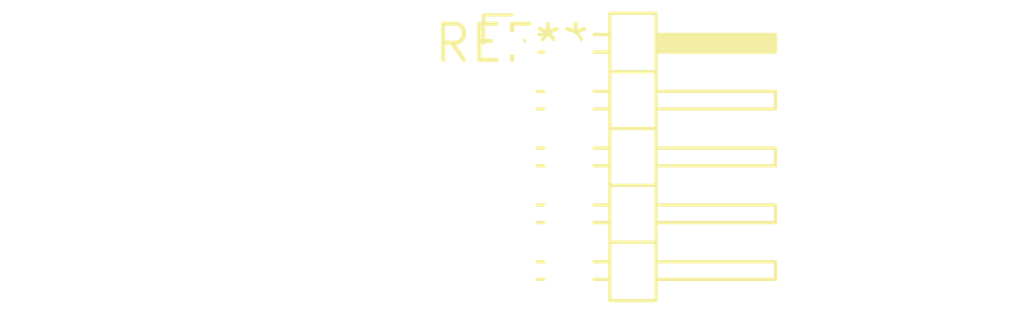
<source format=kicad_pcb>
(kicad_pcb (version 20240108) (generator pcbnew)
  (layers (0 "F.Cu" signal) (31 "B.Cu" signal) (34 "B.Paste" user) (35 "F.Paste" user) (36 "B.SilkS" user "B.Silkscreen") (37 "F.SilkS" user "F.Silkscreen") (38 "B.Mask" user) (39 "F.Mask" user) (44 "Edge.Cuts" user))
  (net 0 "")
  (footprint "PinHeader_2x05_P2.00mm_Horizontal" (layer "F.Cu") (at 0 0)
    (property "Reference" "REF**")
    (property "Value" "PinHeader_2x05_P2.00mm_Horizontal")
    (fp_line (start -1 -1) (end 0 -1) (layer "F.SilkS") (stroke (width 0.12)))
    (fp_line (start -1 0) (end -1 -1) (layer "F.SilkS") (stroke (width 0.12)))
    (fp_line (start 0.882114 1.69) (end 1.117886 1.69) (layer "F.SilkS") (stroke (width 0.12)))
    (fp_line (start 0.882114 2.31) (end 1.117886 2.31) (layer "F.SilkS") (stroke (width 0.12)))
    (fp_line (start 0.882114 3.69) (end 1.117886 3.69) (layer "F.SilkS") (stroke (width 0.12)))
    (fp_line (start 0.882114 4.31) (end 1.117886 4.31) (layer "F.SilkS") (stroke (width 0.12)))
    (fp_line (start 0.882114 5.69) (end 1.117886 5.69) (layer "F.SilkS") (stroke (width 0.12)))
    (fp_line (start 0.882114 6.31) (end 1.117886 6.31) (layer "F.SilkS") (stroke (width 0.12)))
    (fp_line (start 0.882114 7.69) (end 1.117886 7.69) (layer "F.SilkS") (stroke (width 0.12)))
    (fp_line (start 0.882114 8.31) (end 1.117886 8.31) (layer "F.SilkS") (stroke (width 0.12)))
    (fp_line (start 0.935 -0.31) (end 1.117886 -0.31) (layer "F.SilkS") (stroke (width 0.12)))
    (fp_line (start 0.935 0.31) (end 1.117886 0.31) (layer "F.SilkS") (stroke (width 0.12)))
    (fp_line (start 2.882114 -0.31) (end 3.44 -0.31) (layer "F.SilkS") (stroke (width 0.12)))
    (fp_line (start 2.882114 0.31) (end 3.44 0.31) (layer "F.SilkS") (stroke (width 0.12)))
    (fp_line (start 2.882114 1.69) (end 3.44 1.69) (layer "F.SilkS") (stroke (width 0.12)))
    (fp_line (start 2.882114 2.31) (end 3.44 2.31) (layer "F.SilkS") (stroke (width 0.12)))
    (fp_line (start 2.882114 3.69) (end 3.44 3.69) (layer "F.SilkS") (stroke (width 0.12)))
    (fp_line (start 2.882114 4.31) (end 3.44 4.31) (layer "F.SilkS") (stroke (width 0.12)))
    (fp_line (start 2.882114 5.69) (end 3.44 5.69) (layer "F.SilkS") (stroke (width 0.12)))
    (fp_line (start 2.882114 6.31) (end 3.44 6.31) (layer "F.SilkS") (stroke (width 0.12)))
    (fp_line (start 2.882114 7.69) (end 3.44 7.69) (layer "F.SilkS") (stroke (width 0.12)))
    (fp_line (start 2.882114 8.31) (end 3.44 8.31) (layer "F.SilkS") (stroke (width 0.12)))
    (fp_line (start 3.44 -1.06) (end 3.44 9.06) (layer "F.SilkS") (stroke (width 0.12)))
    (fp_line (start 3.44 1) (end 5.06 1) (layer "F.SilkS") (stroke (width 0.12)))
    (fp_line (start 3.44 3) (end 5.06 3) (layer "F.SilkS") (stroke (width 0.12)))
    (fp_line (start 3.44 5) (end 5.06 5) (layer "F.SilkS") (stroke (width 0.12)))
    (fp_line (start 3.44 7) (end 5.06 7) (layer "F.SilkS") (stroke (width 0.12)))
    (fp_line (start 3.44 9.06) (end 5.06 9.06) (layer "F.SilkS") (stroke (width 0.12)))
    (fp_line (start 5.06 -1.06) (end 3.44 -1.06) (layer "F.SilkS") (stroke (width 0.12)))
    (fp_line (start 5.06 -0.31) (end 9.26 -0.31) (layer "F.SilkS") (stroke (width 0.12)))
    (fp_line (start 5.06 -0.25) (end 9.26 -0.25) (layer "F.SilkS") (stroke (width 0.12)))
    (fp_line (start 5.06 -0.13) (end 9.26 -0.13) (layer "F.SilkS") (stroke (width 0.12)))
    (fp_line (start 5.06 -0.01) (end 9.26 -0.01) (layer "F.SilkS") (stroke (width 0.12)))
    (fp_line (start 5.06 0.11) (end 9.26 0.11) (layer "F.SilkS") (stroke (width 0.12)))
    (fp_line (start 5.06 0.23) (end 9.26 0.23) (layer "F.SilkS") (stroke (width 0.12)))
    (fp_line (start 5.06 1.69) (end 9.26 1.69) (layer "F.SilkS") (stroke (width 0.12)))
    (fp_line (start 5.06 3.69) (end 9.26 3.69) (layer "F.SilkS") (stroke (width 0.12)))
    (fp_line (start 5.06 5.69) (end 9.26 5.69) (layer "F.SilkS") (stroke (width 0.12)))
    (fp_line (start 5.06 7.69) (end 9.26 7.69) (layer "F.SilkS") (stroke (width 0.12)))
    (fp_line (start 5.06 9.06) (end 5.06 -1.06) (layer "F.SilkS") (stroke (width 0.12)))
    (fp_line (start 9.26 -0.31) (end 9.26 0.31) (layer "F.SilkS") (stroke (width 0.12)))
    (fp_line (start 9.26 0.31) (end 5.06 0.31) (layer "F.SilkS") (stroke (width 0.12)))
    (fp_line (start 9.26 1.69) (end 9.26 2.31) (layer "F.SilkS") (stroke (width 0.12)))
    (fp_line (start 9.26 2.31) (end 5.06 2.31) (layer "F.SilkS") (stroke (width 0.12)))
    (fp_line (start 9.26 3.69) (end 9.26 4.31) (layer "F.SilkS") (stroke (width 0.12)))
    (fp_line (start 9.26 4.31) (end 5.06 4.31) (layer "F.SilkS") (stroke (width 0.12)))
    (fp_line (start 9.26 5.69) (end 9.26 6.31) (layer "F.SilkS") (stroke (width 0.12)))
    (fp_line (start 9.26 6.31) (end 5.06 6.31) (layer "F.SilkS") (stroke (width 0.12)))
    (fp_line (start 9.26 7.69) (end 9.26 8.31) (layer "F.SilkS") (stroke (width 0.12)))
    (fp_line (start 9.26 8.31) (end 5.06 8.31) (layer "F.SilkS") (stroke (width 0.12)))
    (pad "1" thru_hole rect (at 0 0) (size 1.35 1.35) (drill 0.8) (layers *.Cu *.Mask) (remove_unused_layers))
    (pad "2" thru_hole oval (at 2 0) (size 1.35 1.35) (drill 0.8) (layers *.Cu *.Mask) (remove_unused_layers))
    (pad "3" thru_hole oval (at 0 2) (size 1.35 1.35) (drill 0.8) (layers *.Cu *.Mask) (remove_unused_layers))
    (pad "4" thru_hole oval (at 2 2) (size 1.35 1.35) (drill 0.8) (layers *.Cu *.Mask) (remove_unused_layers))
    (pad "5" thru_hole oval (at 0 4) (size 1.35 1.35) (drill 0.8) (layers *.Cu *.Mask) (remove_unused_layers))
    (pad "6" thru_hole oval (at 2 4) (size 1.35 1.35) (drill 0.8) (layers *.Cu *.Mask) (remove_unused_layers))
    (pad "7" thru_hole oval (at 0 6) (size 1.35 1.35) (drill 0.8) (layers *.Cu *.Mask) (remove_unused_layers))
    (pad "8" thru_hole oval (at 2 6) (size 1.35 1.35) (drill 0.8) (layers *.Cu *.Mask) (remove_unused_layers))
    (pad "9" thru_hole oval (at 0 8) (size 1.35 1.35) (drill 0.8) (layers *.Cu *.Mask) (remove_unused_layers))
    (pad "10" thru_hole oval (at 2 8) (size 1.35 1.35) (drill 0.8) (layers *.Cu *.Mask) (remove_unused_layers))
  )
)
</source>
